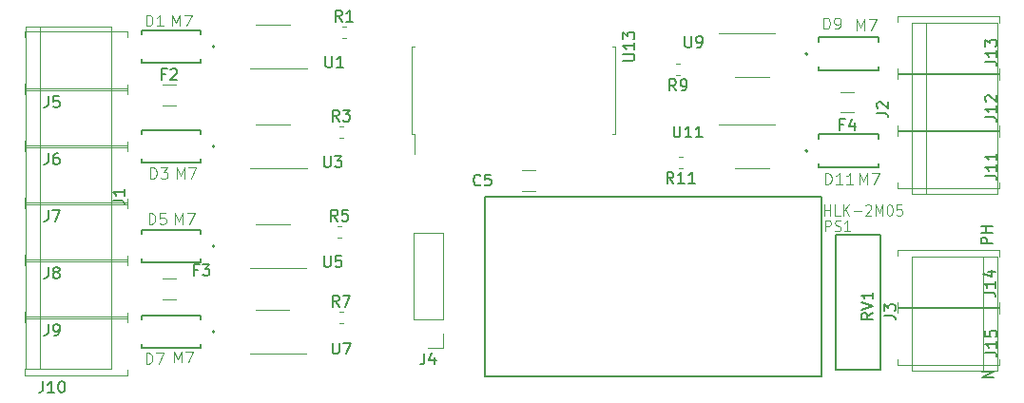
<source format=gbr>
G04 #@! TF.GenerationSoftware,KiCad,Pcbnew,(5.1.2)-2*
G04 #@! TF.CreationDate,2019-12-12T19:32:16+01:00*
G04 #@! TF.ProjectId,KernadouDomoPiloteDin,4b65726e-6164-46f7-9544-6f6d6f50696c,rev?*
G04 #@! TF.SameCoordinates,Original*
G04 #@! TF.FileFunction,Legend,Top*
G04 #@! TF.FilePolarity,Positive*
%FSLAX46Y46*%
G04 Gerber Fmt 4.6, Leading zero omitted, Abs format (unit mm)*
G04 Created by KiCad (PCBNEW (5.1.2)-2) date 2019-12-12 19:32:16*
%MOMM*%
%LPD*%
G04 APERTURE LIST*
%ADD10C,0.150000*%
%ADD11C,0.127000*%
%ADD12C,0.200000*%
%ADD13C,0.120000*%
%ADD14C,0.050000*%
G04 APERTURE END LIST*
D10*
X206431380Y-119777714D02*
X205431380Y-119777714D01*
X206431380Y-119206285D01*
X205431380Y-119206285D01*
X206304380Y-107831714D02*
X205304380Y-107831714D01*
X205304380Y-107450761D01*
X205352000Y-107355523D01*
X205399619Y-107307904D01*
X205494857Y-107260285D01*
X205637714Y-107260285D01*
X205732952Y-107307904D01*
X205780571Y-107355523D01*
X205828190Y-107450761D01*
X205828190Y-107831714D01*
X206304380Y-106831714D02*
X205304380Y-106831714D01*
X205780571Y-106831714D02*
X205780571Y-106260285D01*
X206304380Y-106260285D02*
X205304380Y-106260285D01*
D11*
X191120000Y-119617000D02*
X191120000Y-103617000D01*
X161120000Y-119617000D02*
X191120000Y-119617000D01*
X161120000Y-103617000D02*
X161120000Y-119617000D01*
X191120000Y-103617000D02*
X161120000Y-103617000D01*
D12*
X189869000Y-99553000D02*
G75*
G03X189869000Y-99553000I-100000J0D01*
G01*
D11*
X196165000Y-101003000D02*
X196165000Y-100653000D01*
X190865000Y-101003000D02*
X196165000Y-101003000D01*
X190865000Y-100653000D02*
X190865000Y-101003000D01*
X196165000Y-98103000D02*
X196165000Y-98453000D01*
X190865000Y-98103000D02*
X196165000Y-98103000D01*
X190865000Y-98453000D02*
X190865000Y-98103000D01*
D12*
X189869000Y-90917000D02*
G75*
G03X189869000Y-90917000I-100000J0D01*
G01*
D11*
X196165000Y-92367000D02*
X196165000Y-92017000D01*
X190865000Y-92367000D02*
X196165000Y-92367000D01*
X190865000Y-92017000D02*
X190865000Y-92367000D01*
X196165000Y-89467000D02*
X196165000Y-89817000D01*
X190865000Y-89467000D02*
X196165000Y-89467000D01*
X190865000Y-89817000D02*
X190865000Y-89467000D01*
D12*
X137036000Y-115682000D02*
G75*
G03X137036000Y-115682000I-100000J0D01*
G01*
D11*
X130540000Y-114232000D02*
X130540000Y-114582000D01*
X135840000Y-114232000D02*
X130540000Y-114232000D01*
X135840000Y-114582000D02*
X135840000Y-114232000D01*
X130540000Y-117132000D02*
X130540000Y-116782000D01*
X135840000Y-117132000D02*
X130540000Y-117132000D01*
X135840000Y-116782000D02*
X135840000Y-117132000D01*
D12*
X137036000Y-108062000D02*
G75*
G03X137036000Y-108062000I-100000J0D01*
G01*
D11*
X130540000Y-106612000D02*
X130540000Y-106962000D01*
X135840000Y-106612000D02*
X130540000Y-106612000D01*
X135840000Y-106962000D02*
X135840000Y-106612000D01*
X130540000Y-109512000D02*
X130540000Y-109162000D01*
X135840000Y-109512000D02*
X130540000Y-109512000D01*
X135840000Y-109162000D02*
X135840000Y-109512000D01*
D12*
X137036000Y-99172000D02*
G75*
G03X137036000Y-99172000I-100000J0D01*
G01*
D11*
X130540000Y-97722000D02*
X130540000Y-98072000D01*
X135840000Y-97722000D02*
X130540000Y-97722000D01*
X135840000Y-98072000D02*
X135840000Y-97722000D01*
X130540000Y-100622000D02*
X130540000Y-100272000D01*
X135840000Y-100622000D02*
X130540000Y-100622000D01*
X135840000Y-100272000D02*
X135840000Y-100622000D01*
D12*
X137036000Y-90282000D02*
G75*
G03X137036000Y-90282000I-100000J0D01*
G01*
D11*
X130540000Y-88832000D02*
X130540000Y-89182000D01*
X135840000Y-88832000D02*
X130540000Y-88832000D01*
X135840000Y-89182000D02*
X135840000Y-88832000D01*
X130540000Y-91732000D02*
X130540000Y-91382000D01*
X135840000Y-91732000D02*
X130540000Y-91732000D01*
X135840000Y-91382000D02*
X135840000Y-91732000D01*
D13*
X206948000Y-118671000D02*
X206948000Y-118171000D01*
X197848000Y-118671000D02*
X206948000Y-118671000D01*
X197848000Y-118171000D02*
X197848000Y-118671000D01*
X206948000Y-113471000D02*
X206948000Y-114071000D01*
X197848000Y-113471000D02*
X206948000Y-113471000D01*
X197848000Y-113971000D02*
X197848000Y-113471000D01*
X206948000Y-113591000D02*
X206948000Y-113091000D01*
X197848000Y-113591000D02*
X206948000Y-113591000D01*
X197848000Y-113091000D02*
X197848000Y-113591000D01*
X206948000Y-108391000D02*
X206948000Y-108991000D01*
X197848000Y-108391000D02*
X206948000Y-108391000D01*
X197848000Y-108891000D02*
X197848000Y-108391000D01*
X120174000Y-88944000D02*
X120174000Y-89444000D01*
X129274000Y-88944000D02*
X120174000Y-88944000D01*
X129274000Y-89444000D02*
X129274000Y-88944000D01*
X120174000Y-94144000D02*
X120174000Y-93544000D01*
X129274000Y-94144000D02*
X120174000Y-94144000D01*
X129274000Y-93644000D02*
X129274000Y-94144000D01*
X206948000Y-92763000D02*
X206948000Y-92263000D01*
X197848000Y-92763000D02*
X206948000Y-92763000D01*
X197848000Y-92263000D02*
X197848000Y-92763000D01*
X206948000Y-87563000D02*
X206948000Y-88163000D01*
X197848000Y-87563000D02*
X206948000Y-87563000D01*
X197848000Y-88063000D02*
X197848000Y-87563000D01*
X206948000Y-97843000D02*
X206948000Y-97343000D01*
X197848000Y-97843000D02*
X206948000Y-97843000D01*
X197848000Y-97343000D02*
X197848000Y-97843000D01*
X206948000Y-92643000D02*
X206948000Y-93243000D01*
X197848000Y-92643000D02*
X206948000Y-92643000D01*
X197848000Y-93143000D02*
X197848000Y-92643000D01*
X120174000Y-114344000D02*
X120174000Y-114844000D01*
X129274000Y-114344000D02*
X120174000Y-114344000D01*
X129274000Y-114844000D02*
X129274000Y-114344000D01*
X120174000Y-119544000D02*
X120174000Y-118944000D01*
X129274000Y-119544000D02*
X120174000Y-119544000D01*
X129274000Y-119044000D02*
X129274000Y-119544000D01*
X120174000Y-109264000D02*
X120174000Y-109764000D01*
X129274000Y-109264000D02*
X120174000Y-109264000D01*
X129274000Y-109764000D02*
X129274000Y-109264000D01*
X120174000Y-114464000D02*
X120174000Y-113864000D01*
X129274000Y-114464000D02*
X120174000Y-114464000D01*
X129274000Y-113964000D02*
X129274000Y-114464000D01*
X120174000Y-104184000D02*
X120174000Y-104684000D01*
X129274000Y-104184000D02*
X120174000Y-104184000D01*
X129274000Y-104684000D02*
X129274000Y-104184000D01*
X120174000Y-109384000D02*
X120174000Y-108784000D01*
X129274000Y-109384000D02*
X120174000Y-109384000D01*
X129274000Y-108884000D02*
X129274000Y-109384000D01*
X120174000Y-99104000D02*
X120174000Y-99604000D01*
X129274000Y-99104000D02*
X120174000Y-99104000D01*
X129274000Y-99604000D02*
X129274000Y-99104000D01*
X120174000Y-104304000D02*
X120174000Y-103704000D01*
X129274000Y-104304000D02*
X120174000Y-104304000D01*
X129274000Y-103804000D02*
X129274000Y-104304000D01*
X206741000Y-119111000D02*
X206741000Y-108951000D01*
X199121000Y-119111000D02*
X206741000Y-119111000D01*
X199121000Y-108951000D02*
X199121000Y-119111000D01*
X206741000Y-108951000D02*
X199121000Y-108951000D01*
X205471000Y-108951000D02*
X205471000Y-119111000D01*
X199121000Y-88123000D02*
X199121000Y-103363000D01*
X206741000Y-88123000D02*
X206741000Y-103363000D01*
X200391000Y-88123000D02*
X200391000Y-103363000D01*
X199121000Y-103363000D02*
X206741000Y-103363000D01*
X199121000Y-88123000D02*
X206741000Y-88123000D01*
X120190000Y-88460000D02*
X120190000Y-118940000D01*
X127810000Y-88460000D02*
X127810000Y-118940000D01*
X121460000Y-88460000D02*
X121460000Y-118940000D01*
X120190000Y-118940000D02*
X127810000Y-118940000D01*
X127810000Y-88460000D02*
X120190000Y-88460000D01*
X193971564Y-94325000D02*
X192767436Y-94325000D01*
X193971564Y-96145000D02*
X192767436Y-96145000D01*
X132388436Y-112782000D02*
X133592564Y-112782000D01*
X132388436Y-110962000D02*
X133592564Y-110962000D01*
X132388436Y-95510000D02*
X133592564Y-95510000D01*
X132388436Y-93690000D02*
X133592564Y-93690000D01*
X178478267Y-91804000D02*
X178135733Y-91804000D01*
X178478267Y-92824000D02*
X178135733Y-92824000D01*
X164392436Y-103130000D02*
X165596564Y-103130000D01*
X164392436Y-101310000D02*
X165596564Y-101310000D01*
X120174000Y-94024000D02*
X120174000Y-94524000D01*
X129274000Y-94024000D02*
X120174000Y-94024000D01*
X129274000Y-94524000D02*
X129274000Y-94024000D01*
X120174000Y-99224000D02*
X120174000Y-98624000D01*
X129274000Y-99224000D02*
X120174000Y-99224000D01*
X129274000Y-98724000D02*
X129274000Y-99224000D01*
X206948000Y-102923000D02*
X206948000Y-102423000D01*
X197848000Y-102923000D02*
X206948000Y-102923000D01*
X197848000Y-102423000D02*
X197848000Y-102923000D01*
X206948000Y-97723000D02*
X206948000Y-98323000D01*
X197848000Y-97723000D02*
X206948000Y-97723000D01*
X197848000Y-98223000D02*
X197848000Y-97723000D01*
X157398000Y-117139000D02*
X156068000Y-117139000D01*
X157398000Y-115809000D02*
X157398000Y-117139000D01*
X157398000Y-114539000D02*
X154738000Y-114539000D01*
X154738000Y-114539000D02*
X154738000Y-106859000D01*
X157398000Y-114539000D02*
X157398000Y-106859000D01*
X157398000Y-106859000D02*
X154738000Y-106859000D01*
X145250000Y-101092000D02*
X140250000Y-101092000D01*
X140750000Y-97252000D02*
X143750000Y-97252000D01*
X145250000Y-92202000D02*
X140250000Y-92202000D01*
X140750000Y-88362000D02*
X143750000Y-88362000D01*
D10*
X196332000Y-107082000D02*
X192332000Y-107082000D01*
X196332000Y-119082000D02*
X192332000Y-119082000D01*
X196332000Y-107082000D02*
X196332000Y-119082000D01*
X192332000Y-107082000D02*
X192332000Y-119082000D01*
D13*
X154873000Y-98030000D02*
X154873000Y-99845000D01*
X154628000Y-98030000D02*
X154873000Y-98030000D01*
X154628000Y-94170000D02*
X154628000Y-98030000D01*
X154628000Y-90310000D02*
X154873000Y-90310000D01*
X154628000Y-94170000D02*
X154628000Y-90310000D01*
X172748000Y-98030000D02*
X172503000Y-98030000D01*
X172748000Y-94170000D02*
X172748000Y-98030000D01*
X172748000Y-90310000D02*
X172503000Y-90310000D01*
X172748000Y-94170000D02*
X172748000Y-90310000D01*
X181922000Y-97252000D02*
X186922000Y-97252000D01*
X186422000Y-101092000D02*
X183422000Y-101092000D01*
X181922000Y-89124000D02*
X186922000Y-89124000D01*
X186422000Y-92964000D02*
X183422000Y-92964000D01*
X178732267Y-100059000D02*
X178389733Y-100059000D01*
X178732267Y-101079000D02*
X178389733Y-101079000D01*
X145200000Y-117602000D02*
X140200000Y-117602000D01*
X140700000Y-113762000D02*
X143700000Y-113762000D01*
X145225000Y-109982000D02*
X140225000Y-109982000D01*
X140725000Y-106142000D02*
X143725000Y-106142000D01*
X148135733Y-114922000D02*
X148478267Y-114922000D01*
X148135733Y-113902000D02*
X148478267Y-113902000D01*
X148008733Y-107302000D02*
X148351267Y-107302000D01*
X148008733Y-106282000D02*
X148351267Y-106282000D01*
X148135733Y-98412000D02*
X148478267Y-98412000D01*
X148135733Y-97392000D02*
X148478267Y-97392000D01*
X148389733Y-89522000D02*
X148732267Y-89522000D01*
X148389733Y-88502000D02*
X148732267Y-88502000D01*
D14*
X191424142Y-106736380D02*
X191424142Y-105736380D01*
X191767000Y-105736380D01*
X191852714Y-105784000D01*
X191895571Y-105831619D01*
X191938428Y-105926857D01*
X191938428Y-106069714D01*
X191895571Y-106164952D01*
X191852714Y-106212571D01*
X191767000Y-106260190D01*
X191424142Y-106260190D01*
X192281285Y-106688761D02*
X192409857Y-106736380D01*
X192624142Y-106736380D01*
X192709857Y-106688761D01*
X192752714Y-106641142D01*
X192795571Y-106545904D01*
X192795571Y-106450666D01*
X192752714Y-106355428D01*
X192709857Y-106307809D01*
X192624142Y-106260190D01*
X192452714Y-106212571D01*
X192367000Y-106164952D01*
X192324142Y-106117333D01*
X192281285Y-106022095D01*
X192281285Y-105926857D01*
X192324142Y-105831619D01*
X192367000Y-105784000D01*
X192452714Y-105736380D01*
X192667000Y-105736380D01*
X192795571Y-105784000D01*
X193652714Y-106736380D02*
X193138428Y-106736380D01*
X193395571Y-106736380D02*
X193395571Y-105736380D01*
X193309857Y-105879238D01*
X193224142Y-105974476D01*
X193138428Y-106022095D01*
X191374428Y-105339380D02*
X191374428Y-104339380D01*
X191374428Y-104815571D02*
X191888714Y-104815571D01*
X191888714Y-105339380D02*
X191888714Y-104339380D01*
X192745857Y-105339380D02*
X192317285Y-105339380D01*
X192317285Y-104339380D01*
X193045857Y-105339380D02*
X193045857Y-104339380D01*
X193560142Y-105339380D02*
X193174428Y-104767952D01*
X193560142Y-104339380D02*
X193045857Y-104910809D01*
X193945857Y-104958428D02*
X194631571Y-104958428D01*
X195017285Y-104434619D02*
X195060142Y-104387000D01*
X195145857Y-104339380D01*
X195360142Y-104339380D01*
X195445857Y-104387000D01*
X195488714Y-104434619D01*
X195531571Y-104529857D01*
X195531571Y-104625095D01*
X195488714Y-104767952D01*
X194974428Y-105339380D01*
X195531571Y-105339380D01*
X195917285Y-105339380D02*
X195917285Y-104339380D01*
X196217285Y-105053666D01*
X196517285Y-104339380D01*
X196517285Y-105339380D01*
X197117285Y-104339380D02*
X197203000Y-104339380D01*
X197288714Y-104387000D01*
X197331571Y-104434619D01*
X197374428Y-104529857D01*
X197417285Y-104720333D01*
X197417285Y-104958428D01*
X197374428Y-105148904D01*
X197331571Y-105244142D01*
X197288714Y-105291761D01*
X197203000Y-105339380D01*
X197117285Y-105339380D01*
X197031571Y-105291761D01*
X196988714Y-105244142D01*
X196945857Y-105148904D01*
X196903000Y-104958428D01*
X196903000Y-104720333D01*
X196945857Y-104529857D01*
X196988714Y-104434619D01*
X197031571Y-104387000D01*
X197117285Y-104339380D01*
X198231571Y-104339380D02*
X197803000Y-104339380D01*
X197760142Y-104815571D01*
X197803000Y-104767952D01*
X197888714Y-104720333D01*
X198103000Y-104720333D01*
X198188714Y-104767952D01*
X198231571Y-104815571D01*
X198274428Y-104910809D01*
X198274428Y-105148904D01*
X198231571Y-105244142D01*
X198188714Y-105291761D01*
X198103000Y-105339380D01*
X197888714Y-105339380D01*
X197803000Y-105291761D01*
X197760142Y-105244142D01*
X191427577Y-102546177D02*
X191427577Y-101544417D01*
X191666091Y-101544417D01*
X191809200Y-101592120D01*
X191904605Y-101687525D01*
X191952308Y-101782931D01*
X192000011Y-101973742D01*
X192000011Y-102116851D01*
X191952308Y-102307662D01*
X191904605Y-102403068D01*
X191809200Y-102498474D01*
X191666091Y-102546177D01*
X191427577Y-102546177D01*
X192954068Y-102546177D02*
X192381634Y-102546177D01*
X192667851Y-102546177D02*
X192667851Y-101544417D01*
X192572445Y-101687525D01*
X192477040Y-101782931D01*
X192381634Y-101830634D01*
X193908125Y-102546177D02*
X193335691Y-102546177D01*
X193621908Y-102546177D02*
X193621908Y-101544417D01*
X193526502Y-101687525D01*
X193431097Y-101782931D01*
X193335691Y-101830634D01*
X194500925Y-102545688D02*
X194500925Y-101545008D01*
X194834485Y-102259780D01*
X195168045Y-101545008D01*
X195168045Y-102545688D01*
X195549257Y-101545008D02*
X196216377Y-101545008D01*
X195787514Y-102545688D01*
X191269605Y-88703177D02*
X191269605Y-87701417D01*
X191508120Y-87701417D01*
X191651228Y-87749120D01*
X191746634Y-87844525D01*
X191794337Y-87939931D01*
X191842040Y-88130742D01*
X191842040Y-88273851D01*
X191794337Y-88464662D01*
X191746634Y-88560068D01*
X191651228Y-88655474D01*
X191508120Y-88703177D01*
X191269605Y-88703177D01*
X192319068Y-88703177D02*
X192509880Y-88703177D01*
X192605285Y-88655474D01*
X192652988Y-88607771D01*
X192748394Y-88464662D01*
X192796097Y-88273851D01*
X192796097Y-87892228D01*
X192748394Y-87796822D01*
X192700691Y-87749120D01*
X192605285Y-87701417D01*
X192414474Y-87701417D01*
X192319068Y-87749120D01*
X192271365Y-87796822D01*
X192223662Y-87892228D01*
X192223662Y-88130742D01*
X192271365Y-88226148D01*
X192319068Y-88273851D01*
X192414474Y-88321554D01*
X192605285Y-88321554D01*
X192700691Y-88273851D01*
X192748394Y-88226148D01*
X192796097Y-88130742D01*
X194246925Y-88829688D02*
X194246925Y-87829008D01*
X194580485Y-88543780D01*
X194914045Y-87829008D01*
X194914045Y-88829688D01*
X195295257Y-87829008D02*
X195962377Y-87829008D01*
X195533514Y-88829688D01*
X130944605Y-118548177D02*
X130944605Y-117546417D01*
X131183120Y-117546417D01*
X131326228Y-117594120D01*
X131421634Y-117689525D01*
X131469337Y-117784931D01*
X131517040Y-117975742D01*
X131517040Y-118118851D01*
X131469337Y-118309662D01*
X131421634Y-118405068D01*
X131326228Y-118500474D01*
X131183120Y-118548177D01*
X130944605Y-118548177D01*
X131850960Y-117546417D02*
X132518800Y-117546417D01*
X132089474Y-118548177D01*
X133413925Y-118420688D02*
X133413925Y-117420008D01*
X133747485Y-118134780D01*
X134081045Y-117420008D01*
X134081045Y-118420688D01*
X134462257Y-117420008D02*
X135129377Y-117420008D01*
X134700514Y-118420688D01*
X131198605Y-106102177D02*
X131198605Y-105100417D01*
X131437120Y-105100417D01*
X131580228Y-105148120D01*
X131675634Y-105243525D01*
X131723337Y-105338931D01*
X131771040Y-105529742D01*
X131771040Y-105672851D01*
X131723337Y-105863662D01*
X131675634Y-105959068D01*
X131580228Y-106054474D01*
X131437120Y-106102177D01*
X131198605Y-106102177D01*
X132677394Y-105100417D02*
X132200365Y-105100417D01*
X132152662Y-105577445D01*
X132200365Y-105529742D01*
X132295771Y-105482040D01*
X132534285Y-105482040D01*
X132629691Y-105529742D01*
X132677394Y-105577445D01*
X132725097Y-105672851D01*
X132725097Y-105911365D01*
X132677394Y-106006771D01*
X132629691Y-106054474D01*
X132534285Y-106102177D01*
X132295771Y-106102177D01*
X132200365Y-106054474D01*
X132152662Y-106006771D01*
X133540925Y-106101688D02*
X133540925Y-105101008D01*
X133874485Y-105815780D01*
X134208045Y-105101008D01*
X134208045Y-106101688D01*
X134589257Y-105101008D02*
X135256377Y-105101008D01*
X134827514Y-106101688D01*
X131325605Y-102038177D02*
X131325605Y-101036417D01*
X131564120Y-101036417D01*
X131707228Y-101084120D01*
X131802634Y-101179525D01*
X131850337Y-101274931D01*
X131898040Y-101465742D01*
X131898040Y-101608851D01*
X131850337Y-101799662D01*
X131802634Y-101895068D01*
X131707228Y-101990474D01*
X131564120Y-102038177D01*
X131325605Y-102038177D01*
X132231960Y-101036417D02*
X132852097Y-101036417D01*
X132518177Y-101418040D01*
X132661285Y-101418040D01*
X132756691Y-101465742D01*
X132804394Y-101513445D01*
X132852097Y-101608851D01*
X132852097Y-101847365D01*
X132804394Y-101942771D01*
X132756691Y-101990474D01*
X132661285Y-102038177D01*
X132375068Y-102038177D01*
X132279662Y-101990474D01*
X132231960Y-101942771D01*
X133667925Y-102037688D02*
X133667925Y-101037008D01*
X134001485Y-101751780D01*
X134335045Y-101037008D01*
X134335045Y-102037688D01*
X134716257Y-101037008D02*
X135383377Y-101037008D01*
X134954514Y-102037688D01*
X130944605Y-88449177D02*
X130944605Y-87447417D01*
X131183120Y-87447417D01*
X131326228Y-87495120D01*
X131421634Y-87590525D01*
X131469337Y-87685931D01*
X131517040Y-87876742D01*
X131517040Y-88019851D01*
X131469337Y-88210662D01*
X131421634Y-88306068D01*
X131326228Y-88401474D01*
X131183120Y-88449177D01*
X130944605Y-88449177D01*
X132471097Y-88449177D02*
X131898662Y-88449177D01*
X132184880Y-88449177D02*
X132184880Y-87447417D01*
X132089474Y-87590525D01*
X131994068Y-87685931D01*
X131898662Y-87733634D01*
X133286925Y-88448688D02*
X133286925Y-87448008D01*
X133620485Y-88162780D01*
X133954045Y-87448008D01*
X133954045Y-88448688D01*
X134335257Y-87448008D02*
X135002377Y-87448008D01*
X134573514Y-88448688D01*
D10*
X205685380Y-117507523D02*
X206399666Y-117507523D01*
X206542523Y-117555142D01*
X206637761Y-117650380D01*
X206685380Y-117793238D01*
X206685380Y-117888476D01*
X206685380Y-116507523D02*
X206685380Y-117078952D01*
X206685380Y-116793238D02*
X205685380Y-116793238D01*
X205828238Y-116888476D01*
X205923476Y-116983714D01*
X205971095Y-117078952D01*
X205685380Y-115602761D02*
X205685380Y-116078952D01*
X206161571Y-116126571D01*
X206113952Y-116078952D01*
X206066333Y-115983714D01*
X206066333Y-115745619D01*
X206113952Y-115650380D01*
X206161571Y-115602761D01*
X206256809Y-115555142D01*
X206494904Y-115555142D01*
X206590142Y-115602761D01*
X206637761Y-115650380D01*
X206685380Y-115745619D01*
X206685380Y-115983714D01*
X206637761Y-116078952D01*
X206590142Y-116126571D01*
X205558380Y-112173523D02*
X206272666Y-112173523D01*
X206415523Y-112221142D01*
X206510761Y-112316380D01*
X206558380Y-112459238D01*
X206558380Y-112554476D01*
X206558380Y-111173523D02*
X206558380Y-111744952D01*
X206558380Y-111459238D02*
X205558380Y-111459238D01*
X205701238Y-111554476D01*
X205796476Y-111649714D01*
X205844095Y-111744952D01*
X205891714Y-110316380D02*
X206558380Y-110316380D01*
X205510761Y-110554476D02*
X206225047Y-110792571D01*
X206225047Y-110173523D01*
X122240666Y-94696380D02*
X122240666Y-95410666D01*
X122193047Y-95553523D01*
X122097809Y-95648761D01*
X121954952Y-95696380D01*
X121859714Y-95696380D01*
X123193047Y-94696380D02*
X122716857Y-94696380D01*
X122669238Y-95172571D01*
X122716857Y-95124952D01*
X122812095Y-95077333D01*
X123050190Y-95077333D01*
X123145428Y-95124952D01*
X123193047Y-95172571D01*
X123240666Y-95267809D01*
X123240666Y-95505904D01*
X123193047Y-95601142D01*
X123145428Y-95648761D01*
X123050190Y-95696380D01*
X122812095Y-95696380D01*
X122716857Y-95648761D01*
X122669238Y-95601142D01*
X205685380Y-91599523D02*
X206399666Y-91599523D01*
X206542523Y-91647142D01*
X206637761Y-91742380D01*
X206685380Y-91885238D01*
X206685380Y-91980476D01*
X206685380Y-90599523D02*
X206685380Y-91170952D01*
X206685380Y-90885238D02*
X205685380Y-90885238D01*
X205828238Y-90980476D01*
X205923476Y-91075714D01*
X205971095Y-91170952D01*
X205685380Y-90266190D02*
X205685380Y-89647142D01*
X206066333Y-89980476D01*
X206066333Y-89837619D01*
X206113952Y-89742380D01*
X206161571Y-89694761D01*
X206256809Y-89647142D01*
X206494904Y-89647142D01*
X206590142Y-89694761D01*
X206637761Y-89742380D01*
X206685380Y-89837619D01*
X206685380Y-90123333D01*
X206637761Y-90218571D01*
X206590142Y-90266190D01*
X205685380Y-96552523D02*
X206399666Y-96552523D01*
X206542523Y-96600142D01*
X206637761Y-96695380D01*
X206685380Y-96838238D01*
X206685380Y-96933476D01*
X206685380Y-95552523D02*
X206685380Y-96123952D01*
X206685380Y-95838238D02*
X205685380Y-95838238D01*
X205828238Y-95933476D01*
X205923476Y-96028714D01*
X205971095Y-96123952D01*
X205780619Y-95171571D02*
X205733000Y-95123952D01*
X205685380Y-95028714D01*
X205685380Y-94790619D01*
X205733000Y-94695380D01*
X205780619Y-94647761D01*
X205875857Y-94600142D01*
X205971095Y-94600142D01*
X206113952Y-94647761D01*
X206685380Y-95219190D01*
X206685380Y-94600142D01*
X121764476Y-120096380D02*
X121764476Y-120810666D01*
X121716857Y-120953523D01*
X121621619Y-121048761D01*
X121478761Y-121096380D01*
X121383523Y-121096380D01*
X122764476Y-121096380D02*
X122193047Y-121096380D01*
X122478761Y-121096380D02*
X122478761Y-120096380D01*
X122383523Y-120239238D01*
X122288285Y-120334476D01*
X122193047Y-120382095D01*
X123383523Y-120096380D02*
X123478761Y-120096380D01*
X123574000Y-120144000D01*
X123621619Y-120191619D01*
X123669238Y-120286857D01*
X123716857Y-120477333D01*
X123716857Y-120715428D01*
X123669238Y-120905904D01*
X123621619Y-121001142D01*
X123574000Y-121048761D01*
X123478761Y-121096380D01*
X123383523Y-121096380D01*
X123288285Y-121048761D01*
X123240666Y-121001142D01*
X123193047Y-120905904D01*
X123145428Y-120715428D01*
X123145428Y-120477333D01*
X123193047Y-120286857D01*
X123240666Y-120191619D01*
X123288285Y-120144000D01*
X123383523Y-120096380D01*
X122240666Y-115016380D02*
X122240666Y-115730666D01*
X122193047Y-115873523D01*
X122097809Y-115968761D01*
X121954952Y-116016380D01*
X121859714Y-116016380D01*
X122764476Y-116016380D02*
X122954952Y-116016380D01*
X123050190Y-115968761D01*
X123097809Y-115921142D01*
X123193047Y-115778285D01*
X123240666Y-115587809D01*
X123240666Y-115206857D01*
X123193047Y-115111619D01*
X123145428Y-115064000D01*
X123050190Y-115016380D01*
X122859714Y-115016380D01*
X122764476Y-115064000D01*
X122716857Y-115111619D01*
X122669238Y-115206857D01*
X122669238Y-115444952D01*
X122716857Y-115540190D01*
X122764476Y-115587809D01*
X122859714Y-115635428D01*
X123050190Y-115635428D01*
X123145428Y-115587809D01*
X123193047Y-115540190D01*
X123240666Y-115444952D01*
X122240666Y-109936380D02*
X122240666Y-110650666D01*
X122193047Y-110793523D01*
X122097809Y-110888761D01*
X121954952Y-110936380D01*
X121859714Y-110936380D01*
X122859714Y-110364952D02*
X122764476Y-110317333D01*
X122716857Y-110269714D01*
X122669238Y-110174476D01*
X122669238Y-110126857D01*
X122716857Y-110031619D01*
X122764476Y-109984000D01*
X122859714Y-109936380D01*
X123050190Y-109936380D01*
X123145428Y-109984000D01*
X123193047Y-110031619D01*
X123240666Y-110126857D01*
X123240666Y-110174476D01*
X123193047Y-110269714D01*
X123145428Y-110317333D01*
X123050190Y-110364952D01*
X122859714Y-110364952D01*
X122764476Y-110412571D01*
X122716857Y-110460190D01*
X122669238Y-110555428D01*
X122669238Y-110745904D01*
X122716857Y-110841142D01*
X122764476Y-110888761D01*
X122859714Y-110936380D01*
X123050190Y-110936380D01*
X123145428Y-110888761D01*
X123193047Y-110841142D01*
X123240666Y-110745904D01*
X123240666Y-110555428D01*
X123193047Y-110460190D01*
X123145428Y-110412571D01*
X123050190Y-110364952D01*
X122240666Y-104856380D02*
X122240666Y-105570666D01*
X122193047Y-105713523D01*
X122097809Y-105808761D01*
X121954952Y-105856380D01*
X121859714Y-105856380D01*
X122621619Y-104856380D02*
X123288285Y-104856380D01*
X122859714Y-105856380D01*
X196668380Y-114237333D02*
X197382666Y-114237333D01*
X197525523Y-114284952D01*
X197620761Y-114380190D01*
X197668380Y-114523047D01*
X197668380Y-114618285D01*
X196668380Y-113856380D02*
X196668380Y-113237333D01*
X197049333Y-113570666D01*
X197049333Y-113427809D01*
X197096952Y-113332571D01*
X197144571Y-113284952D01*
X197239809Y-113237333D01*
X197477904Y-113237333D01*
X197573142Y-113284952D01*
X197620761Y-113332571D01*
X197668380Y-113427809D01*
X197668380Y-113713523D01*
X197620761Y-113808761D01*
X197573142Y-113856380D01*
X196033380Y-96203333D02*
X196747666Y-96203333D01*
X196890523Y-96250952D01*
X196985761Y-96346190D01*
X197033380Y-96489047D01*
X197033380Y-96584285D01*
X196128619Y-95774761D02*
X196081000Y-95727142D01*
X196033380Y-95631904D01*
X196033380Y-95393809D01*
X196081000Y-95298571D01*
X196128619Y-95250952D01*
X196223857Y-95203333D01*
X196319095Y-95203333D01*
X196461952Y-95250952D01*
X197033380Y-95822380D01*
X197033380Y-95203333D01*
X128002380Y-103983333D02*
X128716666Y-103983333D01*
X128859523Y-104030952D01*
X128954761Y-104126190D01*
X129002380Y-104269047D01*
X129002380Y-104364285D01*
X129002380Y-102983333D02*
X129002380Y-103554761D01*
X129002380Y-103269047D02*
X128002380Y-103269047D01*
X128145238Y-103364285D01*
X128240476Y-103459523D01*
X128288095Y-103554761D01*
X193072666Y-97195571D02*
X192739333Y-97195571D01*
X192739333Y-97719380D02*
X192739333Y-96719380D01*
X193215523Y-96719380D01*
X194025047Y-97052714D02*
X194025047Y-97719380D01*
X193786952Y-96671761D02*
X193548857Y-97386047D01*
X194167904Y-97386047D01*
X135541666Y-110149571D02*
X135208333Y-110149571D01*
X135208333Y-110673380D02*
X135208333Y-109673380D01*
X135684523Y-109673380D01*
X135970238Y-109673380D02*
X136589285Y-109673380D01*
X136255952Y-110054333D01*
X136398809Y-110054333D01*
X136494047Y-110101952D01*
X136541666Y-110149571D01*
X136589285Y-110244809D01*
X136589285Y-110482904D01*
X136541666Y-110578142D01*
X136494047Y-110625761D01*
X136398809Y-110673380D01*
X136113095Y-110673380D01*
X136017857Y-110625761D01*
X135970238Y-110578142D01*
X132657166Y-92708571D02*
X132323833Y-92708571D01*
X132323833Y-93232380D02*
X132323833Y-92232380D01*
X132800023Y-92232380D01*
X133133357Y-92327619D02*
X133180976Y-92280000D01*
X133276214Y-92232380D01*
X133514309Y-92232380D01*
X133609547Y-92280000D01*
X133657166Y-92327619D01*
X133704785Y-92422857D01*
X133704785Y-92518095D01*
X133657166Y-92660952D01*
X133085738Y-93232380D01*
X133704785Y-93232380D01*
X178140333Y-94196380D02*
X177807000Y-93720190D01*
X177568904Y-94196380D02*
X177568904Y-93196380D01*
X177949857Y-93196380D01*
X178045095Y-93244000D01*
X178092714Y-93291619D01*
X178140333Y-93386857D01*
X178140333Y-93529714D01*
X178092714Y-93624952D01*
X178045095Y-93672571D01*
X177949857Y-93720190D01*
X177568904Y-93720190D01*
X178616523Y-94196380D02*
X178807000Y-94196380D01*
X178902238Y-94148761D01*
X178949857Y-94101142D01*
X179045095Y-93958285D01*
X179092714Y-93767809D01*
X179092714Y-93386857D01*
X179045095Y-93291619D01*
X178997476Y-93244000D01*
X178902238Y-93196380D01*
X178711761Y-93196380D01*
X178616523Y-93244000D01*
X178568904Y-93291619D01*
X178521285Y-93386857D01*
X178521285Y-93624952D01*
X178568904Y-93720190D01*
X178616523Y-93767809D01*
X178711761Y-93815428D01*
X178902238Y-93815428D01*
X178997476Y-93767809D01*
X179045095Y-93720190D01*
X179092714Y-93624952D01*
X160727333Y-102577142D02*
X160679714Y-102624761D01*
X160536857Y-102672380D01*
X160441619Y-102672380D01*
X160298761Y-102624761D01*
X160203523Y-102529523D01*
X160155904Y-102434285D01*
X160108285Y-102243809D01*
X160108285Y-102100952D01*
X160155904Y-101910476D01*
X160203523Y-101815238D01*
X160298761Y-101720000D01*
X160441619Y-101672380D01*
X160536857Y-101672380D01*
X160679714Y-101720000D01*
X160727333Y-101767619D01*
X161632095Y-101672380D02*
X161155904Y-101672380D01*
X161108285Y-102148571D01*
X161155904Y-102100952D01*
X161251142Y-102053333D01*
X161489238Y-102053333D01*
X161584476Y-102100952D01*
X161632095Y-102148571D01*
X161679714Y-102243809D01*
X161679714Y-102481904D01*
X161632095Y-102577142D01*
X161584476Y-102624761D01*
X161489238Y-102672380D01*
X161251142Y-102672380D01*
X161155904Y-102624761D01*
X161108285Y-102577142D01*
X122240666Y-99776380D02*
X122240666Y-100490666D01*
X122193047Y-100633523D01*
X122097809Y-100728761D01*
X121954952Y-100776380D01*
X121859714Y-100776380D01*
X123145428Y-99776380D02*
X122954952Y-99776380D01*
X122859714Y-99824000D01*
X122812095Y-99871619D01*
X122716857Y-100014476D01*
X122669238Y-100204952D01*
X122669238Y-100585904D01*
X122716857Y-100681142D01*
X122764476Y-100728761D01*
X122859714Y-100776380D01*
X123050190Y-100776380D01*
X123145428Y-100728761D01*
X123193047Y-100681142D01*
X123240666Y-100585904D01*
X123240666Y-100347809D01*
X123193047Y-100252571D01*
X123145428Y-100204952D01*
X123050190Y-100157333D01*
X122859714Y-100157333D01*
X122764476Y-100204952D01*
X122716857Y-100252571D01*
X122669238Y-100347809D01*
X205685380Y-101759523D02*
X206399666Y-101759523D01*
X206542523Y-101807142D01*
X206637761Y-101902380D01*
X206685380Y-102045238D01*
X206685380Y-102140476D01*
X206685380Y-100759523D02*
X206685380Y-101330952D01*
X206685380Y-101045238D02*
X205685380Y-101045238D01*
X205828238Y-101140476D01*
X205923476Y-101235714D01*
X205971095Y-101330952D01*
X206685380Y-99807142D02*
X206685380Y-100378571D01*
X206685380Y-100092857D02*
X205685380Y-100092857D01*
X205828238Y-100188095D01*
X205923476Y-100283333D01*
X205971095Y-100378571D01*
X155734666Y-117591380D02*
X155734666Y-118305666D01*
X155687047Y-118448523D01*
X155591809Y-118543761D01*
X155448952Y-118591380D01*
X155353714Y-118591380D01*
X156639428Y-117924714D02*
X156639428Y-118591380D01*
X156401333Y-117543761D02*
X156163238Y-118258047D01*
X156782285Y-118258047D01*
X146797095Y-100021380D02*
X146797095Y-100830904D01*
X146844714Y-100926142D01*
X146892333Y-100973761D01*
X146987571Y-101021380D01*
X147178047Y-101021380D01*
X147273285Y-100973761D01*
X147320904Y-100926142D01*
X147368523Y-100830904D01*
X147368523Y-100021380D01*
X147749476Y-100021380D02*
X148368523Y-100021380D01*
X148035190Y-100402333D01*
X148178047Y-100402333D01*
X148273285Y-100449952D01*
X148320904Y-100497571D01*
X148368523Y-100592809D01*
X148368523Y-100830904D01*
X148320904Y-100926142D01*
X148273285Y-100973761D01*
X148178047Y-101021380D01*
X147892333Y-101021380D01*
X147797095Y-100973761D01*
X147749476Y-100926142D01*
X146924095Y-91131380D02*
X146924095Y-91940904D01*
X146971714Y-92036142D01*
X147019333Y-92083761D01*
X147114571Y-92131380D01*
X147305047Y-92131380D01*
X147400285Y-92083761D01*
X147447904Y-92036142D01*
X147495523Y-91940904D01*
X147495523Y-91131380D01*
X148495523Y-92131380D02*
X147924095Y-92131380D01*
X148209809Y-92131380D02*
X148209809Y-91131380D01*
X148114571Y-91274238D01*
X148019333Y-91369476D01*
X147924095Y-91417095D01*
X195636380Y-113991238D02*
X195160190Y-114324571D01*
X195636380Y-114562666D02*
X194636380Y-114562666D01*
X194636380Y-114181714D01*
X194684000Y-114086476D01*
X194731619Y-114038857D01*
X194826857Y-113991238D01*
X194969714Y-113991238D01*
X195064952Y-114038857D01*
X195112571Y-114086476D01*
X195160190Y-114181714D01*
X195160190Y-114562666D01*
X194636380Y-113705523D02*
X195636380Y-113372190D01*
X194636380Y-113038857D01*
X195636380Y-112181714D02*
X195636380Y-112753142D01*
X195636380Y-112467428D02*
X194636380Y-112467428D01*
X194779238Y-112562666D01*
X194874476Y-112657904D01*
X194922095Y-112753142D01*
X173427380Y-91520095D02*
X174236904Y-91520095D01*
X174332142Y-91472476D01*
X174379761Y-91424857D01*
X174427380Y-91329619D01*
X174427380Y-91139142D01*
X174379761Y-91043904D01*
X174332142Y-90996285D01*
X174236904Y-90948666D01*
X173427380Y-90948666D01*
X174427380Y-89948666D02*
X174427380Y-90520095D01*
X174427380Y-90234380D02*
X173427380Y-90234380D01*
X173570238Y-90329619D01*
X173665476Y-90424857D01*
X173713095Y-90520095D01*
X173427380Y-89615333D02*
X173427380Y-88996285D01*
X173808333Y-89329619D01*
X173808333Y-89186761D01*
X173855952Y-89091523D01*
X173903571Y-89043904D01*
X173998809Y-88996285D01*
X174236904Y-88996285D01*
X174332142Y-89043904D01*
X174379761Y-89091523D01*
X174427380Y-89186761D01*
X174427380Y-89472476D01*
X174379761Y-89567714D01*
X174332142Y-89615333D01*
X177943904Y-97354380D02*
X177943904Y-98163904D01*
X177991523Y-98259142D01*
X178039142Y-98306761D01*
X178134380Y-98354380D01*
X178324857Y-98354380D01*
X178420095Y-98306761D01*
X178467714Y-98259142D01*
X178515333Y-98163904D01*
X178515333Y-97354380D01*
X179515333Y-98354380D02*
X178943904Y-98354380D01*
X179229619Y-98354380D02*
X179229619Y-97354380D01*
X179134380Y-97497238D01*
X179039142Y-97592476D01*
X178943904Y-97640095D01*
X180467714Y-98354380D02*
X179896285Y-98354380D01*
X180182000Y-98354380D02*
X180182000Y-97354380D01*
X180086761Y-97497238D01*
X179991523Y-97592476D01*
X179896285Y-97640095D01*
X178928095Y-89353380D02*
X178928095Y-90162904D01*
X178975714Y-90258142D01*
X179023333Y-90305761D01*
X179118571Y-90353380D01*
X179309047Y-90353380D01*
X179404285Y-90305761D01*
X179451904Y-90258142D01*
X179499523Y-90162904D01*
X179499523Y-89353380D01*
X180023333Y-90353380D02*
X180213809Y-90353380D01*
X180309047Y-90305761D01*
X180356666Y-90258142D01*
X180451904Y-90115285D01*
X180499523Y-89924809D01*
X180499523Y-89543857D01*
X180451904Y-89448619D01*
X180404285Y-89401000D01*
X180309047Y-89353380D01*
X180118571Y-89353380D01*
X180023333Y-89401000D01*
X179975714Y-89448619D01*
X179928095Y-89543857D01*
X179928095Y-89781952D01*
X179975714Y-89877190D01*
X180023333Y-89924809D01*
X180118571Y-89972428D01*
X180309047Y-89972428D01*
X180404285Y-89924809D01*
X180451904Y-89877190D01*
X180499523Y-89781952D01*
X177918142Y-102451380D02*
X177584809Y-101975190D01*
X177346714Y-102451380D02*
X177346714Y-101451380D01*
X177727666Y-101451380D01*
X177822904Y-101499000D01*
X177870523Y-101546619D01*
X177918142Y-101641857D01*
X177918142Y-101784714D01*
X177870523Y-101879952D01*
X177822904Y-101927571D01*
X177727666Y-101975190D01*
X177346714Y-101975190D01*
X178870523Y-102451380D02*
X178299095Y-102451380D01*
X178584809Y-102451380D02*
X178584809Y-101451380D01*
X178489571Y-101594238D01*
X178394333Y-101689476D01*
X178299095Y-101737095D01*
X179822904Y-102451380D02*
X179251476Y-102451380D01*
X179537190Y-102451380D02*
X179537190Y-101451380D01*
X179441952Y-101594238D01*
X179346714Y-101689476D01*
X179251476Y-101737095D01*
X147559095Y-116658380D02*
X147559095Y-117467904D01*
X147606714Y-117563142D01*
X147654333Y-117610761D01*
X147749571Y-117658380D01*
X147940047Y-117658380D01*
X148035285Y-117610761D01*
X148082904Y-117563142D01*
X148130523Y-117467904D01*
X148130523Y-116658380D01*
X148511476Y-116658380D02*
X149178142Y-116658380D01*
X148749571Y-117658380D01*
X146797095Y-108911380D02*
X146797095Y-109720904D01*
X146844714Y-109816142D01*
X146892333Y-109863761D01*
X146987571Y-109911380D01*
X147178047Y-109911380D01*
X147273285Y-109863761D01*
X147320904Y-109816142D01*
X147368523Y-109720904D01*
X147368523Y-108911380D01*
X148320904Y-108911380D02*
X147844714Y-108911380D01*
X147797095Y-109387571D01*
X147844714Y-109339952D01*
X147939952Y-109292333D01*
X148178047Y-109292333D01*
X148273285Y-109339952D01*
X148320904Y-109387571D01*
X148368523Y-109482809D01*
X148368523Y-109720904D01*
X148320904Y-109816142D01*
X148273285Y-109863761D01*
X148178047Y-109911380D01*
X147939952Y-109911380D01*
X147844714Y-109863761D01*
X147797095Y-109816142D01*
X148140333Y-113434380D02*
X147807000Y-112958190D01*
X147568904Y-113434380D02*
X147568904Y-112434380D01*
X147949857Y-112434380D01*
X148045095Y-112482000D01*
X148092714Y-112529619D01*
X148140333Y-112624857D01*
X148140333Y-112767714D01*
X148092714Y-112862952D01*
X148045095Y-112910571D01*
X147949857Y-112958190D01*
X147568904Y-112958190D01*
X148473666Y-112434380D02*
X149140333Y-112434380D01*
X148711761Y-113434380D01*
X148013333Y-105814380D02*
X147680000Y-105338190D01*
X147441904Y-105814380D02*
X147441904Y-104814380D01*
X147822857Y-104814380D01*
X147918095Y-104862000D01*
X147965714Y-104909619D01*
X148013333Y-105004857D01*
X148013333Y-105147714D01*
X147965714Y-105242952D01*
X147918095Y-105290571D01*
X147822857Y-105338190D01*
X147441904Y-105338190D01*
X148918095Y-104814380D02*
X148441904Y-104814380D01*
X148394285Y-105290571D01*
X148441904Y-105242952D01*
X148537142Y-105195333D01*
X148775238Y-105195333D01*
X148870476Y-105242952D01*
X148918095Y-105290571D01*
X148965714Y-105385809D01*
X148965714Y-105623904D01*
X148918095Y-105719142D01*
X148870476Y-105766761D01*
X148775238Y-105814380D01*
X148537142Y-105814380D01*
X148441904Y-105766761D01*
X148394285Y-105719142D01*
X148140333Y-96924380D02*
X147807000Y-96448190D01*
X147568904Y-96924380D02*
X147568904Y-95924380D01*
X147949857Y-95924380D01*
X148045095Y-95972000D01*
X148092714Y-96019619D01*
X148140333Y-96114857D01*
X148140333Y-96257714D01*
X148092714Y-96352952D01*
X148045095Y-96400571D01*
X147949857Y-96448190D01*
X147568904Y-96448190D01*
X148473666Y-95924380D02*
X149092714Y-95924380D01*
X148759380Y-96305333D01*
X148902238Y-96305333D01*
X148997476Y-96352952D01*
X149045095Y-96400571D01*
X149092714Y-96495809D01*
X149092714Y-96733904D01*
X149045095Y-96829142D01*
X148997476Y-96876761D01*
X148902238Y-96924380D01*
X148616523Y-96924380D01*
X148521285Y-96876761D01*
X148473666Y-96829142D01*
X148394333Y-88034380D02*
X148061000Y-87558190D01*
X147822904Y-88034380D02*
X147822904Y-87034380D01*
X148203857Y-87034380D01*
X148299095Y-87082000D01*
X148346714Y-87129619D01*
X148394333Y-87224857D01*
X148394333Y-87367714D01*
X148346714Y-87462952D01*
X148299095Y-87510571D01*
X148203857Y-87558190D01*
X147822904Y-87558190D01*
X149346714Y-88034380D02*
X148775285Y-88034380D01*
X149061000Y-88034380D02*
X149061000Y-87034380D01*
X148965761Y-87177238D01*
X148870523Y-87272476D01*
X148775285Y-87320095D01*
M02*

</source>
